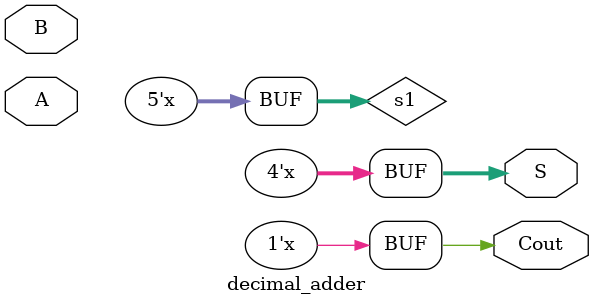
<source format=v>
`timescale 1ns / 1ps
module decimal_adder(
    input [3:0]A,
	 input [3:0]B,
	 //input Cin,
	 output [3:0]S,
	 output Cout	 
	 );
	 
reg [4:0]Sum;
reg [4:0]s1;	 
assign Cout = s1[4];
assign S = s1[3:0];

always@(*)
begin
	s1 <= Sum;
	Sum <= A + B;
	if(Sum > 4'd9)
	begin
		s1 <= Sum + 4'd6;
	end
end

endmodule

</source>
